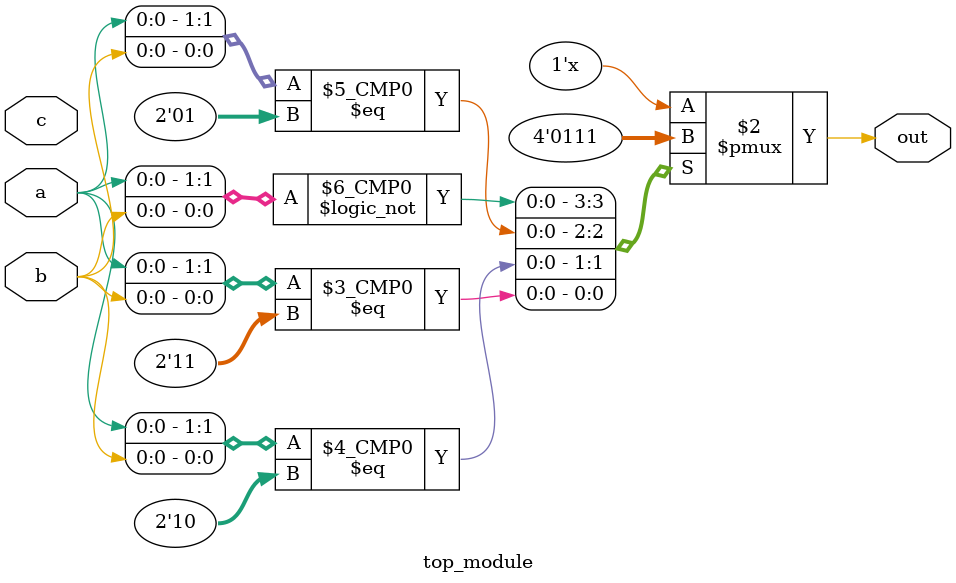
<source format=sv>
module top_module(
    input a, 
    input b,
    input c,
    output reg out
);

always @(a or b or c)
begin
    case({a,b})
        2'b00: out = 0;
        2'b01: out = 1;
        2'b10: out = 1;
        2'b11: out = 1;
    endcase
end

endmodule

</source>
